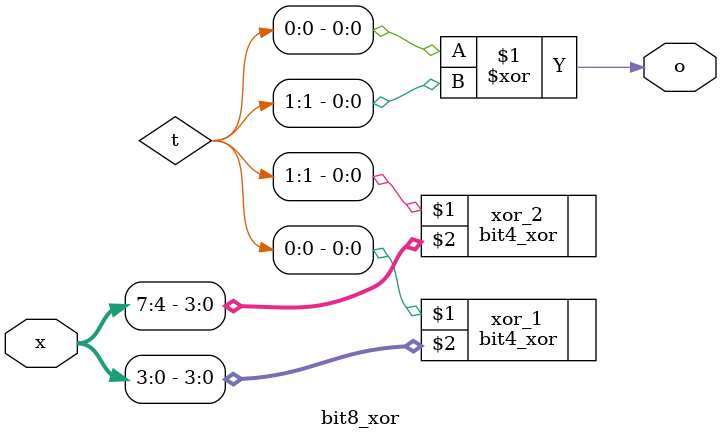
<source format=v>
module bit8_xor(o, x);
    input [7: 0] x;
    wire [1: 0] t;
    output o;

    bit4_xor xor_1(t[0], x[3: 0]);
    bit4_xor xor_2(t[1], x[7: 4]);
    
    xor xor_o(o, t[0], t[1]);
endmodule
</source>
